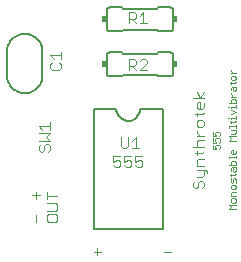
<source format=gto>
G75*
G70*
%OFA0B0*%
%FSLAX24Y24*%
%IPPOS*%
%LPD*%
%AMOC8*
5,1,8,0,0,1.08239X$1,22.5*
%
%ADD10C,0.0040*%
%ADD11C,0.0020*%
%ADD12C,0.0060*%
%ADD13R,0.0150X0.0200*%
%ADD14C,0.0080*%
D10*
X001824Y001791D02*
X001824Y002031D01*
X002163Y002001D02*
X002163Y001881D01*
X002223Y001821D01*
X002464Y001821D01*
X002524Y001881D01*
X002524Y002001D01*
X002464Y002061D01*
X002223Y002061D01*
X002163Y002001D01*
X002163Y002189D02*
X002464Y002189D01*
X002524Y002249D01*
X002524Y002369D01*
X002464Y002429D01*
X002163Y002429D01*
X002163Y002557D02*
X002163Y002798D01*
X002163Y002677D02*
X002524Y002677D01*
X001934Y002691D02*
X001694Y002691D01*
X001814Y002811D02*
X001814Y002571D01*
X001963Y004151D02*
X001903Y004211D01*
X001903Y004331D01*
X001963Y004391D01*
X002084Y004331D02*
X002144Y004391D01*
X002204Y004391D01*
X002264Y004331D01*
X002264Y004211D01*
X002204Y004151D01*
X002084Y004211D02*
X002084Y004331D01*
X002084Y004211D02*
X002023Y004151D01*
X001963Y004151D01*
X001903Y004519D02*
X002264Y004519D01*
X002144Y004639D01*
X002264Y004759D01*
X001903Y004759D01*
X002023Y004887D02*
X001903Y005007D01*
X002264Y005007D01*
X002264Y004887D02*
X002264Y005128D01*
X002353Y006881D02*
X002594Y006881D01*
X002654Y006941D01*
X002654Y007061D01*
X002594Y007121D01*
X002654Y007249D02*
X002654Y007489D01*
X002654Y007369D02*
X002293Y007369D01*
X002413Y007249D01*
X002353Y007121D02*
X002293Y007061D01*
X002293Y006941D01*
X002353Y006881D01*
X004644Y004641D02*
X004644Y004341D01*
X004704Y004281D01*
X004824Y004281D01*
X004884Y004341D01*
X004884Y004641D01*
X005012Y004521D02*
X005132Y004641D01*
X005132Y004281D01*
X005012Y004281D02*
X005252Y004281D01*
X005360Y003991D02*
X005120Y003991D01*
X005120Y003811D01*
X005240Y003871D01*
X005300Y003871D01*
X005360Y003811D01*
X005360Y003691D01*
X005300Y003631D01*
X005180Y003631D01*
X005120Y003691D01*
X004992Y003691D02*
X004932Y003631D01*
X004812Y003631D01*
X004752Y003691D01*
X004752Y003811D02*
X004872Y003871D01*
X004932Y003871D01*
X004992Y003811D01*
X004992Y003691D01*
X004752Y003811D02*
X004752Y003991D01*
X004992Y003991D01*
X004624Y003991D02*
X004384Y003991D01*
X004384Y003811D01*
X004504Y003871D01*
X004564Y003871D01*
X004624Y003811D01*
X004624Y003691D01*
X004564Y003631D01*
X004444Y003631D01*
X004384Y003691D01*
X003854Y000941D02*
X003854Y000701D01*
X003734Y000821D02*
X003974Y000821D01*
X006074Y000821D02*
X006314Y000821D01*
X007103Y002941D02*
X007163Y002941D01*
X007224Y003001D01*
X007224Y003121D01*
X007284Y003181D01*
X007344Y003181D01*
X007404Y003121D01*
X007404Y003001D01*
X007344Y002941D01*
X007103Y002941D02*
X007043Y003001D01*
X007043Y003121D01*
X007103Y003181D01*
X007163Y003309D02*
X007344Y003309D01*
X007404Y003369D01*
X007404Y003549D01*
X007464Y003549D02*
X007524Y003489D01*
X007524Y003429D01*
X007464Y003549D02*
X007163Y003549D01*
X007163Y003677D02*
X007163Y003858D01*
X007224Y003918D01*
X007404Y003918D01*
X007344Y004106D02*
X007404Y004166D01*
X007344Y004106D02*
X007103Y004106D01*
X007163Y004046D02*
X007163Y004166D01*
X007224Y004291D02*
X007163Y004351D01*
X007163Y004471D01*
X007224Y004531D01*
X007404Y004531D01*
X007404Y004660D02*
X007163Y004660D01*
X007163Y004780D02*
X007163Y004840D01*
X007163Y004780D02*
X007284Y004660D01*
X007224Y004966D02*
X007344Y004966D01*
X007404Y005026D01*
X007404Y005147D01*
X007344Y005207D01*
X007224Y005207D01*
X007163Y005147D01*
X007163Y005026D01*
X007224Y004966D01*
X007163Y005335D02*
X007163Y005455D01*
X007103Y005395D02*
X007344Y005395D01*
X007404Y005455D01*
X007344Y005580D02*
X007224Y005580D01*
X007163Y005640D01*
X007163Y005760D01*
X007224Y005820D01*
X007284Y005820D01*
X007284Y005580D01*
X007344Y005580D02*
X007404Y005640D01*
X007404Y005760D01*
X007404Y005949D02*
X007043Y005949D01*
X007163Y006129D02*
X007284Y005949D01*
X007404Y006129D01*
X007404Y004291D02*
X007043Y004291D01*
X007163Y003677D02*
X007404Y003677D01*
X005512Y006881D02*
X005272Y006881D01*
X005512Y007121D01*
X005512Y007181D01*
X005452Y007241D01*
X005332Y007241D01*
X005272Y007181D01*
X005144Y007181D02*
X005144Y007061D01*
X005084Y007001D01*
X004904Y007001D01*
X005024Y007001D02*
X005144Y006881D01*
X004904Y006881D02*
X004904Y007241D01*
X005084Y007241D01*
X005144Y007181D01*
X005144Y008441D02*
X005024Y008561D01*
X005084Y008561D02*
X004904Y008561D01*
X004904Y008441D02*
X004904Y008801D01*
X005084Y008801D01*
X005144Y008741D01*
X005144Y008621D01*
X005084Y008561D01*
X005272Y008681D02*
X005392Y008801D01*
X005392Y008441D01*
X005272Y008441D02*
X005512Y008441D01*
D11*
X008207Y005656D02*
X008243Y005656D01*
X008317Y005656D02*
X008317Y005619D01*
X008317Y005656D02*
X008464Y005656D01*
X008464Y005619D02*
X008464Y005693D01*
X008464Y005767D02*
X008464Y005877D01*
X008427Y005913D01*
X008354Y005913D01*
X008317Y005877D01*
X008317Y005767D01*
X008243Y005767D02*
X008464Y005767D01*
X008464Y005988D02*
X008317Y005988D01*
X008390Y005988D02*
X008317Y006061D01*
X008317Y006098D01*
X008427Y006172D02*
X008390Y006208D01*
X008390Y006318D01*
X008354Y006318D02*
X008464Y006318D01*
X008464Y006208D01*
X008427Y006172D01*
X008317Y006208D02*
X008317Y006282D01*
X008354Y006318D01*
X008317Y006393D02*
X008317Y006466D01*
X008280Y006429D02*
X008427Y006429D01*
X008464Y006466D01*
X008427Y006540D02*
X008354Y006540D01*
X008317Y006577D01*
X008317Y006650D01*
X008354Y006687D01*
X008427Y006687D01*
X008464Y006650D01*
X008464Y006577D01*
X008427Y006540D01*
X008464Y006761D02*
X008317Y006761D01*
X008390Y006761D02*
X008317Y006834D01*
X008317Y006871D01*
X008317Y005545D02*
X008464Y005472D01*
X008317Y005398D01*
X008317Y005288D02*
X008464Y005288D01*
X008464Y005324D02*
X008464Y005251D01*
X008464Y005177D02*
X008427Y005140D01*
X008280Y005140D01*
X008317Y005104D02*
X008317Y005177D01*
X008317Y005251D02*
X008317Y005288D01*
X008243Y005288D02*
X008207Y005288D01*
X008243Y004993D02*
X008464Y004993D01*
X008464Y004956D02*
X008464Y005030D01*
X008464Y004882D02*
X008317Y004882D01*
X008243Y004956D02*
X008243Y004993D01*
X008464Y004882D02*
X008464Y004772D01*
X008427Y004735D01*
X008317Y004735D01*
X008243Y004661D02*
X008464Y004661D01*
X008464Y004514D02*
X008243Y004514D01*
X008317Y004588D01*
X008243Y004661D01*
X007934Y004709D02*
X007897Y004673D01*
X007934Y004709D02*
X007934Y004783D01*
X007897Y004820D01*
X007824Y004820D01*
X007787Y004783D01*
X007787Y004746D01*
X007824Y004673D01*
X007713Y004673D01*
X007713Y004820D01*
X007713Y004599D02*
X007713Y004452D01*
X007824Y004452D01*
X007787Y004525D01*
X007787Y004562D01*
X007824Y004599D01*
X007897Y004599D01*
X007934Y004562D01*
X007934Y004488D01*
X007897Y004452D01*
X007897Y004378D02*
X007824Y004378D01*
X007787Y004341D01*
X007787Y004304D01*
X007824Y004231D01*
X007713Y004231D01*
X007713Y004378D01*
X007897Y004378D02*
X007934Y004341D01*
X007934Y004267D01*
X007897Y004231D01*
X008243Y003962D02*
X008243Y003925D01*
X008243Y003962D02*
X008464Y003962D01*
X008464Y003998D02*
X008464Y003925D01*
X008427Y003851D02*
X008354Y003851D01*
X008317Y003814D01*
X008317Y003704D01*
X008243Y003704D02*
X008464Y003704D01*
X008464Y003814D01*
X008427Y003851D01*
X008427Y004072D02*
X008354Y004072D01*
X008317Y004109D01*
X008317Y004182D01*
X008354Y004219D01*
X008390Y004219D01*
X008390Y004072D01*
X008427Y004072D02*
X008464Y004109D01*
X008464Y004182D01*
X008464Y003630D02*
X008354Y003630D01*
X008317Y003593D01*
X008317Y003520D01*
X008390Y003520D02*
X008390Y003630D01*
X008464Y003630D02*
X008464Y003520D01*
X008427Y003483D01*
X008390Y003520D01*
X008317Y003409D02*
X008317Y003336D01*
X008280Y003372D02*
X008427Y003372D01*
X008464Y003409D01*
X008427Y003261D02*
X008390Y003225D01*
X008390Y003151D01*
X008354Y003115D01*
X008317Y003151D01*
X008317Y003261D01*
X008427Y003261D02*
X008464Y003225D01*
X008464Y003115D01*
X008427Y003041D02*
X008354Y003041D01*
X008317Y003004D01*
X008317Y002930D01*
X008354Y002894D01*
X008427Y002894D01*
X008464Y002930D01*
X008464Y003004D01*
X008427Y003041D01*
X008464Y002820D02*
X008354Y002820D01*
X008317Y002783D01*
X008317Y002673D01*
X008464Y002673D01*
X008427Y002599D02*
X008354Y002599D01*
X008317Y002562D01*
X008317Y002488D01*
X008354Y002452D01*
X008427Y002452D01*
X008464Y002488D01*
X008464Y002562D01*
X008427Y002599D01*
X008464Y002378D02*
X008243Y002378D01*
X008317Y002304D01*
X008243Y002231D01*
X008464Y002231D01*
D12*
X006034Y001581D02*
X003734Y001581D01*
X003734Y005581D01*
X004484Y005581D01*
X004486Y005542D01*
X004492Y005503D01*
X004501Y005465D01*
X004514Y005428D01*
X004531Y005392D01*
X004551Y005359D01*
X004575Y005327D01*
X004601Y005298D01*
X004630Y005272D01*
X004662Y005248D01*
X004695Y005228D01*
X004731Y005211D01*
X004768Y005198D01*
X004806Y005189D01*
X004845Y005183D01*
X004884Y005181D01*
X004923Y005183D01*
X004962Y005189D01*
X005000Y005198D01*
X005037Y005211D01*
X005073Y005228D01*
X005106Y005248D01*
X005138Y005272D01*
X005167Y005298D01*
X005193Y005327D01*
X005217Y005359D01*
X005237Y005392D01*
X005254Y005428D01*
X005267Y005465D01*
X005276Y005503D01*
X005282Y005542D01*
X005284Y005581D01*
X006034Y005581D01*
X006034Y001581D01*
X005880Y006661D02*
X006280Y006661D01*
X006297Y006663D01*
X006314Y006667D01*
X006330Y006674D01*
X006344Y006684D01*
X006357Y006697D01*
X006367Y006711D01*
X006374Y006727D01*
X006378Y006744D01*
X006380Y006761D01*
X006380Y007361D01*
X006378Y007378D01*
X006374Y007395D01*
X006367Y007411D01*
X006357Y007425D01*
X006344Y007438D01*
X006330Y007448D01*
X006314Y007455D01*
X006297Y007459D01*
X006280Y007461D01*
X005880Y007461D01*
X005830Y007411D01*
X004717Y007411D01*
X004667Y007461D01*
X004267Y007461D01*
X004250Y007459D01*
X004233Y007455D01*
X004217Y007448D01*
X004203Y007438D01*
X004190Y007425D01*
X004180Y007411D01*
X004173Y007395D01*
X004169Y007378D01*
X004167Y007361D01*
X004167Y006761D01*
X004169Y006744D01*
X004173Y006727D01*
X004180Y006711D01*
X004190Y006697D01*
X004203Y006684D01*
X004217Y006674D01*
X004233Y006667D01*
X004250Y006663D01*
X004267Y006661D01*
X004667Y006661D01*
X004717Y006711D01*
X005830Y006711D01*
X005880Y006661D01*
X005880Y008161D02*
X006280Y008161D01*
X006297Y008163D01*
X006314Y008167D01*
X006330Y008174D01*
X006344Y008184D01*
X006357Y008197D01*
X006367Y008211D01*
X006374Y008227D01*
X006378Y008244D01*
X006380Y008261D01*
X006380Y008861D01*
X006378Y008878D01*
X006374Y008895D01*
X006367Y008911D01*
X006357Y008925D01*
X006344Y008938D01*
X006330Y008948D01*
X006314Y008955D01*
X006297Y008959D01*
X006280Y008961D01*
X005880Y008961D01*
X005830Y008911D01*
X004717Y008911D01*
X004667Y008961D01*
X004267Y008961D01*
X004250Y008959D01*
X004233Y008955D01*
X004217Y008948D01*
X004203Y008938D01*
X004190Y008925D01*
X004180Y008911D01*
X004173Y008895D01*
X004169Y008878D01*
X004167Y008861D01*
X004167Y008261D01*
X004169Y008244D01*
X004173Y008227D01*
X004180Y008211D01*
X004190Y008197D01*
X004203Y008184D01*
X004217Y008174D01*
X004233Y008167D01*
X004250Y008163D01*
X004267Y008161D01*
X004667Y008161D01*
X004717Y008211D01*
X005830Y008211D01*
X005880Y008161D01*
X001434Y008075D02*
X001388Y008073D01*
X001342Y008068D01*
X001296Y008059D01*
X001251Y008046D01*
X001208Y008030D01*
X001166Y008011D01*
X001125Y007988D01*
X001087Y007962D01*
X001050Y007933D01*
X001016Y007902D01*
X000985Y007868D01*
X000956Y007831D01*
X000930Y007793D01*
X000907Y007752D01*
X000888Y007710D01*
X000872Y007667D01*
X000859Y007622D01*
X000850Y007576D01*
X000845Y007530D01*
X000843Y007484D01*
X001434Y008075D02*
X001480Y008073D01*
X001526Y008068D01*
X001572Y008059D01*
X001617Y008046D01*
X001660Y008030D01*
X001702Y008011D01*
X001743Y007988D01*
X001781Y007962D01*
X001818Y007933D01*
X001852Y007902D01*
X001883Y007868D01*
X001912Y007831D01*
X001938Y007793D01*
X001961Y007752D01*
X001980Y007710D01*
X001996Y007667D01*
X002009Y007622D01*
X002018Y007576D01*
X002023Y007530D01*
X002025Y007484D01*
X000843Y006697D02*
X000845Y006651D01*
X000850Y006605D01*
X000859Y006559D01*
X000872Y006514D01*
X000888Y006471D01*
X000907Y006429D01*
X000930Y006388D01*
X000956Y006350D01*
X000985Y006313D01*
X001016Y006279D01*
X001050Y006248D01*
X001087Y006219D01*
X001125Y006193D01*
X001166Y006170D01*
X001208Y006151D01*
X001251Y006135D01*
X001296Y006122D01*
X001342Y006113D01*
X001388Y006108D01*
X001434Y006106D01*
X001480Y006108D01*
X001526Y006113D01*
X001572Y006122D01*
X001617Y006135D01*
X001660Y006151D01*
X001702Y006170D01*
X001743Y006193D01*
X001781Y006219D01*
X001818Y006248D01*
X001852Y006279D01*
X001883Y006313D01*
X001912Y006350D01*
X001938Y006388D01*
X001961Y006429D01*
X001980Y006471D01*
X001996Y006514D01*
X002009Y006559D01*
X002018Y006605D01*
X002023Y006651D01*
X002025Y006697D01*
D13*
X004092Y007061D03*
X004092Y008561D03*
X006455Y008561D03*
X006455Y007061D03*
D14*
X002024Y006697D02*
X002024Y007484D01*
X000843Y007484D02*
X000843Y006697D01*
M02*

</source>
